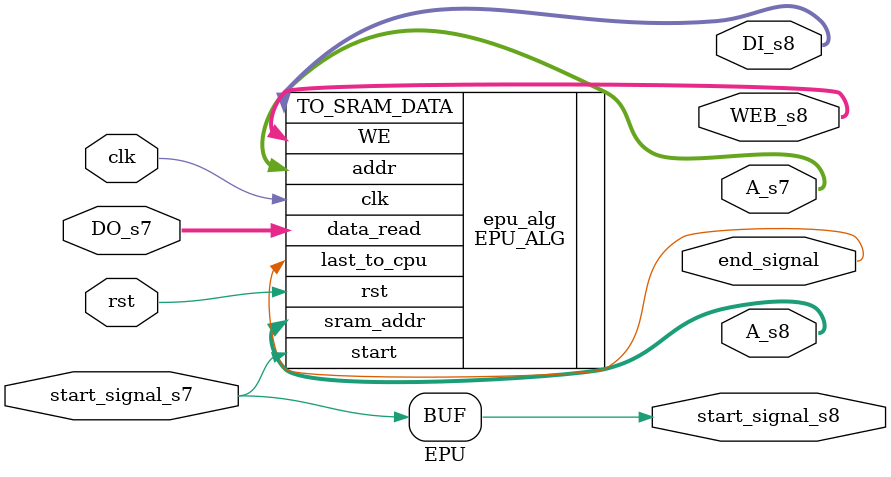
<source format=sv>
module EPU(
    input                                   clk,
    input                                   rst,
    //to input sram port
    output      logic [11:0]                A_s7,
    input       logic                       start_signal_s7,
    input       logic [127:0]               DO_s7,


    //to output sram port
    output      logic [11:0]                A_s8,
    output      logic [3:0]                 WEB_s8,
    output      logic [31:0]                DI_s8,
    output      logic                       start_signal_s8,   

    //mutual port
    output      logic                       end_signal     
);
///put your design here
assign start_signal_s8 = start_signal_s7;

EPU_ALG epu_alg (
    .clk                (clk),
    .rst                (rst),
    .start              (start_signal_s7),
    .data_read          (DO_s7),
    .addr               (A_s7),
    .TO_SRAM_DATA       (DI_s8),
    .WE                 (WEB_s8),
    .sram_addr          (A_s8),
    .last_to_cpu        (end_signal)
);

endmodule
</source>
